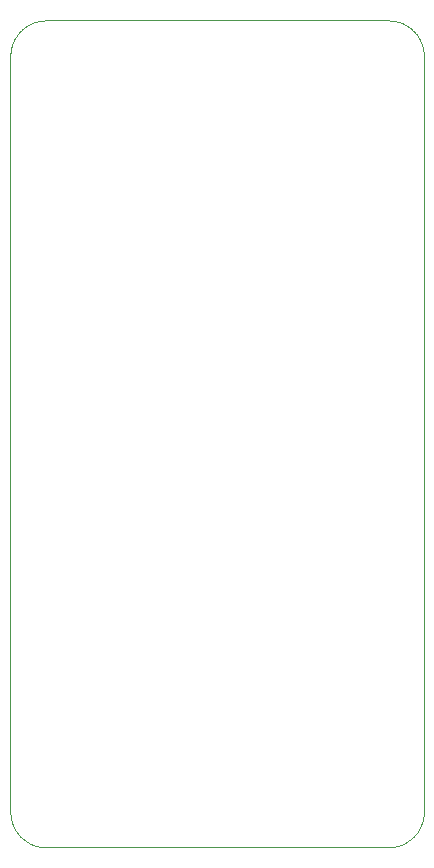
<source format=gbr>
G04 EAGLE Gerber RS-274X export*
G75*
%MOMM*%
%FSLAX35Y35*%
%LPD*%
%INslot_drills_and_holes*%
%IPPOS*%
%AMOC8*
5,1,8,0,0,1.08239X$1,22.5*%
G01*
%ADD10C,0.010000*%


D10*
X3500000Y6700000D02*
X3500000Y300000D01*
X3499912Y292751D01*
X3499650Y285506D01*
X3499212Y278270D01*
X3498599Y271046D01*
X3497813Y263839D01*
X3496852Y256653D01*
X3495718Y249493D01*
X3494411Y242362D01*
X3492932Y235265D01*
X3491283Y228205D01*
X3489463Y221188D01*
X3487474Y214216D01*
X3485317Y207295D01*
X3482994Y200428D01*
X3480505Y193619D01*
X3477852Y186872D01*
X3475038Y180191D01*
X3472062Y173580D01*
X3468928Y167043D01*
X3465637Y160583D01*
X3462190Y154205D01*
X3458591Y147912D01*
X3454840Y141708D01*
X3450941Y135596D01*
X3446895Y129581D01*
X3442705Y123664D01*
X3438373Y117851D01*
X3433902Y112144D01*
X3429295Y106547D01*
X3424553Y101063D01*
X3419681Y95695D01*
X3414680Y90447D01*
X3409553Y85320D01*
X3404305Y80319D01*
X3398937Y75447D01*
X3393453Y70705D01*
X3387856Y66098D01*
X3382149Y61627D01*
X3376336Y57295D01*
X3370419Y53105D01*
X3364404Y49059D01*
X3358292Y45160D01*
X3352088Y41409D01*
X3345795Y37810D01*
X3339417Y34363D01*
X3332957Y31072D01*
X3326420Y27938D01*
X3319809Y24962D01*
X3313128Y22148D01*
X3306381Y19495D01*
X3299572Y17006D01*
X3292705Y14683D01*
X3285784Y12526D01*
X3278812Y10537D01*
X3271795Y8717D01*
X3264735Y7068D01*
X3257638Y5589D01*
X3250507Y4282D01*
X3243347Y3148D01*
X3236161Y2187D01*
X3228954Y1401D01*
X3221730Y788D01*
X3214494Y350D01*
X3207249Y88D01*
X3200000Y0D01*
X300000Y0D01*
X292751Y88D01*
X285506Y350D01*
X278270Y788D01*
X271046Y1401D01*
X263839Y2187D01*
X256653Y3148D01*
X249493Y4282D01*
X242362Y5589D01*
X235265Y7068D01*
X228205Y8717D01*
X221188Y10537D01*
X214216Y12526D01*
X207295Y14683D01*
X200428Y17006D01*
X193619Y19495D01*
X186872Y22148D01*
X180191Y24962D01*
X173580Y27938D01*
X167043Y31072D01*
X160583Y34363D01*
X154205Y37810D01*
X147912Y41409D01*
X141708Y45160D01*
X135596Y49059D01*
X129581Y53105D01*
X123664Y57295D01*
X117851Y61627D01*
X112144Y66098D01*
X106547Y70705D01*
X101063Y75447D01*
X95695Y80319D01*
X90447Y85320D01*
X85320Y90447D01*
X80319Y95695D01*
X75447Y101063D01*
X70705Y106547D01*
X66098Y112144D01*
X61627Y117851D01*
X57295Y123664D01*
X53105Y129581D01*
X49059Y135596D01*
X45160Y141708D01*
X41409Y147912D01*
X37810Y154205D01*
X34363Y160583D01*
X31072Y167043D01*
X27938Y173580D01*
X24962Y180191D01*
X22148Y186872D01*
X19495Y193619D01*
X17006Y200428D01*
X14683Y207295D01*
X12526Y214216D01*
X10537Y221188D01*
X8717Y228205D01*
X7068Y235265D01*
X5589Y242362D01*
X4282Y249493D01*
X3148Y256653D01*
X2187Y263839D01*
X1401Y271046D01*
X788Y278270D01*
X350Y285506D01*
X88Y292751D01*
X0Y300000D01*
X0Y6700000D01*
X88Y6707249D01*
X350Y6714494D01*
X788Y6721730D01*
X1401Y6728954D01*
X2187Y6736161D01*
X3148Y6743347D01*
X4282Y6750507D01*
X5589Y6757638D01*
X7068Y6764735D01*
X8717Y6771795D01*
X10537Y6778812D01*
X12526Y6785784D01*
X14683Y6792705D01*
X17006Y6799572D01*
X19495Y6806381D01*
X22148Y6813128D01*
X24962Y6819809D01*
X27938Y6826420D01*
X31072Y6832957D01*
X34363Y6839417D01*
X37810Y6845795D01*
X41409Y6852088D01*
X45160Y6858292D01*
X49059Y6864404D01*
X53105Y6870419D01*
X57295Y6876336D01*
X61627Y6882149D01*
X66098Y6887856D01*
X70705Y6893453D01*
X75447Y6898937D01*
X80319Y6904305D01*
X85320Y6909553D01*
X90447Y6914680D01*
X95695Y6919681D01*
X101063Y6924553D01*
X106547Y6929295D01*
X112144Y6933902D01*
X117851Y6938373D01*
X123664Y6942705D01*
X129581Y6946895D01*
X135596Y6950941D01*
X141708Y6954840D01*
X147912Y6958591D01*
X154205Y6962190D01*
X160583Y6965637D01*
X167043Y6968928D01*
X173580Y6972062D01*
X180191Y6975038D01*
X186872Y6977852D01*
X193619Y6980505D01*
X200428Y6982994D01*
X207295Y6985317D01*
X214216Y6987474D01*
X221188Y6989463D01*
X228205Y6991283D01*
X235265Y6992932D01*
X242362Y6994411D01*
X249493Y6995718D01*
X256653Y6996852D01*
X263839Y6997813D01*
X271046Y6998599D01*
X278270Y6999212D01*
X285506Y6999650D01*
X292751Y6999912D01*
X300000Y7000000D01*
X3200000Y7000000D01*
X3207249Y6999912D01*
X3214494Y6999650D01*
X3221730Y6999212D01*
X3228954Y6998599D01*
X3236161Y6997813D01*
X3243347Y6996852D01*
X3250507Y6995718D01*
X3257638Y6994411D01*
X3264735Y6992932D01*
X3271795Y6991283D01*
X3278812Y6989463D01*
X3285784Y6987474D01*
X3292705Y6985317D01*
X3299572Y6982994D01*
X3306381Y6980505D01*
X3313128Y6977852D01*
X3319809Y6975038D01*
X3326420Y6972062D01*
X3332957Y6968928D01*
X3339417Y6965637D01*
X3345795Y6962190D01*
X3352088Y6958591D01*
X3358292Y6954840D01*
X3364404Y6950941D01*
X3370419Y6946895D01*
X3376336Y6942705D01*
X3382149Y6938373D01*
X3387856Y6933902D01*
X3393453Y6929295D01*
X3398937Y6924553D01*
X3404305Y6919681D01*
X3409553Y6914680D01*
X3414680Y6909553D01*
X3419681Y6904305D01*
X3424553Y6898937D01*
X3429295Y6893453D01*
X3433902Y6887856D01*
X3438373Y6882149D01*
X3442705Y6876336D01*
X3446895Y6870419D01*
X3450941Y6864404D01*
X3454840Y6858292D01*
X3458591Y6852088D01*
X3462190Y6845795D01*
X3465637Y6839417D01*
X3468928Y6832957D01*
X3472062Y6826420D01*
X3475038Y6819809D01*
X3477852Y6813128D01*
X3480505Y6806381D01*
X3482994Y6799572D01*
X3485317Y6792705D01*
X3487474Y6785784D01*
X3489463Y6778812D01*
X3491283Y6771795D01*
X3492932Y6764735D01*
X3494411Y6757638D01*
X3495718Y6750507D01*
X3496852Y6743347D01*
X3497813Y6736161D01*
X3498599Y6728954D01*
X3499212Y6721730D01*
X3499650Y6714494D01*
X3499912Y6707249D01*
X3500000Y6700000D01*
M02*

</source>
